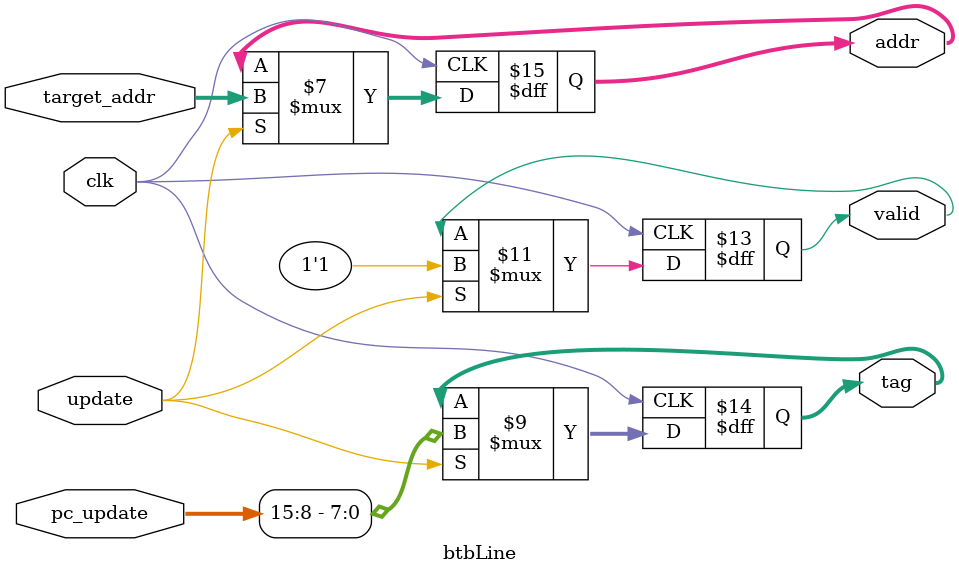
<source format=v>


module brenchPred(
    //read input
    input clk,
    input[15:0] pc,
    input[15:0] pc_next, //pc+1
    
    //write input for btb
    input update,
    input[15:0] pc_update,
    input[15:0] target_addr,
    
    //write input for bht
    input bht_update,
    input taken,

    output pred,
    
    output[15:0] pc_pred
    
    
);
    
    integer i;
    
    reg[15:0] pc_pred;
    initial pc_pred<=0;
    
    wire valid;
    wire[7:0] tag;
    wire[15:0] addr;
    
    wire pred;
    
//    //bhsr
//    reg[7:0] BHSR;
    
//    initial begin
//        for(i=0; i<8; i=i+1) begin
//            BHSR[i] <= 0;
//        end
//    end
    
//    always @(negedge clk) begin
    
////        if(bhsr_update) begin
////            for(i=0; i>=1; i=i-1) BHSR[i] = BHSR[i-1];
////            BHSR[0] = bhsr_input;
            
////        end
    
//    end
    
    
    btb BTB(
    
        //read input
        .clk(clk),
        .pc(pc),
//        .BHSR(BHSR),
        
        //write input
        .update(update),
        .pc_update(pc_update),
        .target_addr(target_addr),
        
        //read output
        .valid(valid),
        .tag(tag),
        .addr(addr)
    );
    
    bht BHT(
        .clk(clk),
        .pc( pc),
        
        //write input
        .update(bht_update),
        .taken(taken),
        .pc_update(pc_update),
        
        //read output
        .pred(pred)
    
    );

    
    wire[15:0] pc_tag;
    assign pc_tag = pc[15:8];
    
    //hit : pc<=addr from BTB, miss : pc<=pc+1(pc_next)
    always@(pc or pc_next or valid or tag or addr) begin
        if(valid && pc_tag==tag && pred) pc_pred <= addr;
        else pc_pred <= pc_next;
    end

endmodule
    

module bht(
    input clk,
    input[15:0] pc,
    
    //write input
    input update,
    input taken,
    input[15:0] pc_update,
    
    //read output
    output pred

);

    integer i;
    
    reg pred;
    initial pred <= 0;
    
    reg updates[255:0];
    initial begin
        for(i=0; i<256; i=i+1) updates[i] <= 0;
    end
    
    wire preds[255:0];
    
    generate
        genvar k;
        for(k=0; k<255; k=k+1) begin : dff
            bhtLine BHTL(clk, updates[k]&&update, taken, preds[k], pc_update_idx);
        end
    endgenerate
    
    wire[7:0] pc_idx;
    wire[7:0] pc_update_idx;
   
    assign pc_idx = pc[7:0]; // XOR
    assign pc_update_idx = pc_update[7:0];
    
    always @(pc) begin
        pred = preds[pc_idx];
        
    end
        
    always @(pc_update_idx) begin
        
        for(i=0; i<256; i=i+1) begin
            updates[i] <= 0;
        end
        
        updates[pc_update_idx] <= 1;
        
    end
    
    

endmodule    
    

module btb(

    //read input
    input clk,
    input[15:0] pc,
    //input[7:0] BHSR,
    
    //write input
    input update,
    input[15:0] pc_update,
    input[15:0] target_addr,
    
    //read output
    output valid,
    output[15:0] tag,
    output[15:0] addr
);

    
    integer i;

    
    //outputs
    
    reg valid;
    reg[7:0] tag;
    reg[15:0] addr;
    
    initial begin
        valid <= 0;
        tag <= 0;
        addr <= 0;
    end
    
    
    //line initiation
    
    reg updates[255:0];
    initial begin
        for(i=0; i<256; i=i+1) updates[i] <= 0;
    end
    
    wire valids[255:0];
    wire[7:0] tags[255:0];
    wire[15:0] addrs[255:0];
    
    generate
        genvar k;
        for(k=0; k<255; k=k+1) begin : dff
            btbLine lines(clk, update && updates[k], pc_update, target_addr, valids[k], tags[k], addrs[k]);
            
        end
    endgenerate
    
    
    wire[7:0] pc_idx;
    wire[7:0] pc_update_idx;
    
    assign pc_idx = pc[7:0]; // XOR
    assign pc_update_idx = pc_update[7:0];
    
    always @(pc) begin
        valid = valids[pc_idx];
        tag = tags[pc_idx];
        addr = addrs[pc_idx];
        
    end
    
    always @(pc_update_idx) begin
        
        for(i=0; i<256; i=i+1) begin
            updates[i] <= 0;
        end
        
        updates[pc_update_idx] <= 1;
        
    end
    

endmodule

module bhtLine(
    input clk,
    input update,
    input taken,
    
    output pred,
    
    input[7:0] pc_update_idx
);

    reg[1:0] state;
    initial state <= 2'b10;
    
    wire pred;
    assign pred = state[1];
    
    
    always @(posedge clk) begin
    
        if(update) begin
            $display("State : %b to!", state);

            //2-bit
            
            //11 - 10 -/- 01 - 00
            if(taken) begin
                if(state!=2'b11) state = state+1;
            end
            
            else begin
                if(state!=2'b00) state = state-1;
            end

//            //1-bit
//            if(taken) begin
//                if(state==2'b01) state = state+1;
//            end
            
//            else begin
//                if(state==2'b10) state = state-1;
//            end
            
            $display("State : %b", state);
            //always taken
//            state<=2'b10;
            
//            //always non-taken
//            state<=2'b01;
            
            
            
        end
    end

endmodule

module btbLine(
    input clk,      
    input update,
    input[15:0] pc_update,
    input[15:0] target_addr,

    output valid,
    output[7:0] tag,
    output[15:0] addr
    
);

    reg valid;
    reg[7:0] tag;
    reg[15:0] addr;

    initial begin
    
        valid<=0;
        tag<=0;
        addr<=0;
    
    end
    
    
    //update at every clk
    
    always @(posedge clk) begin
        
        if(update) begin
            valid <= 1;
            tag <= pc_update[15:8];
            addr <= target_addr;
        end
        
    end

endmodule
    


</source>
